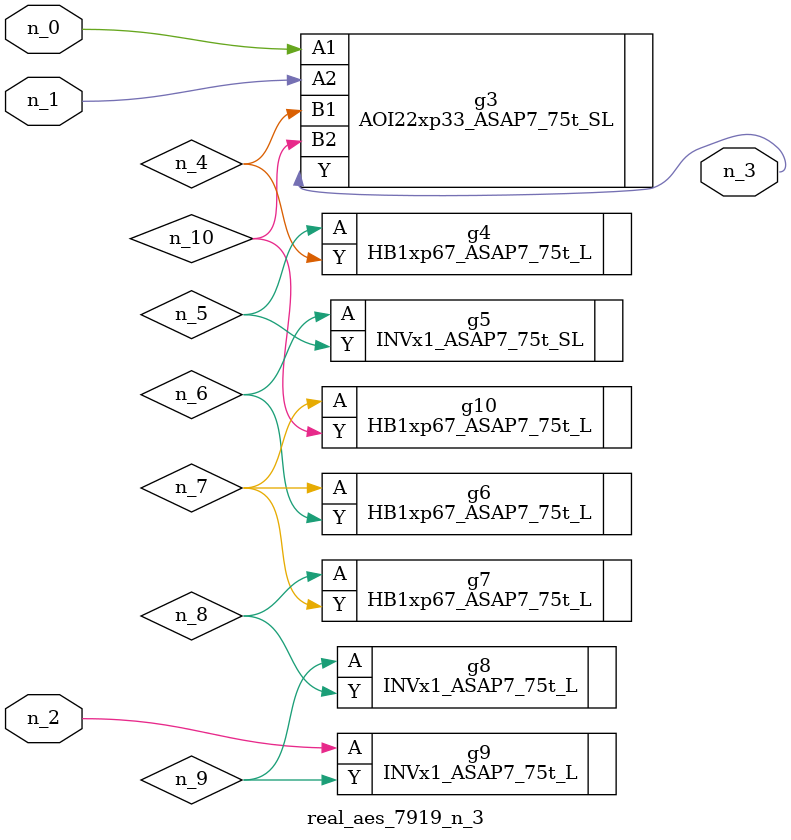
<source format=v>
module real_aes_7919_n_3 (n_0, n_2, n_1, n_3);
input n_0;
input n_2;
input n_1;
output n_3;
wire n_4;
wire n_5;
wire n_7;
wire n_8;
wire n_6;
wire n_9;
wire n_10;
AOI22xp33_ASAP7_75t_SL g3 ( .A1(n_0), .A2(n_1), .B1(n_4), .B2(n_10), .Y(n_3) );
INVx1_ASAP7_75t_L g9 ( .A(n_2), .Y(n_9) );
HB1xp67_ASAP7_75t_L g4 ( .A(n_5), .Y(n_4) );
INVx1_ASAP7_75t_SL g5 ( .A(n_6), .Y(n_5) );
HB1xp67_ASAP7_75t_L g6 ( .A(n_7), .Y(n_6) );
HB1xp67_ASAP7_75t_L g10 ( .A(n_7), .Y(n_10) );
HB1xp67_ASAP7_75t_L g7 ( .A(n_8), .Y(n_7) );
INVx1_ASAP7_75t_L g8 ( .A(n_9), .Y(n_8) );
endmodule
</source>
